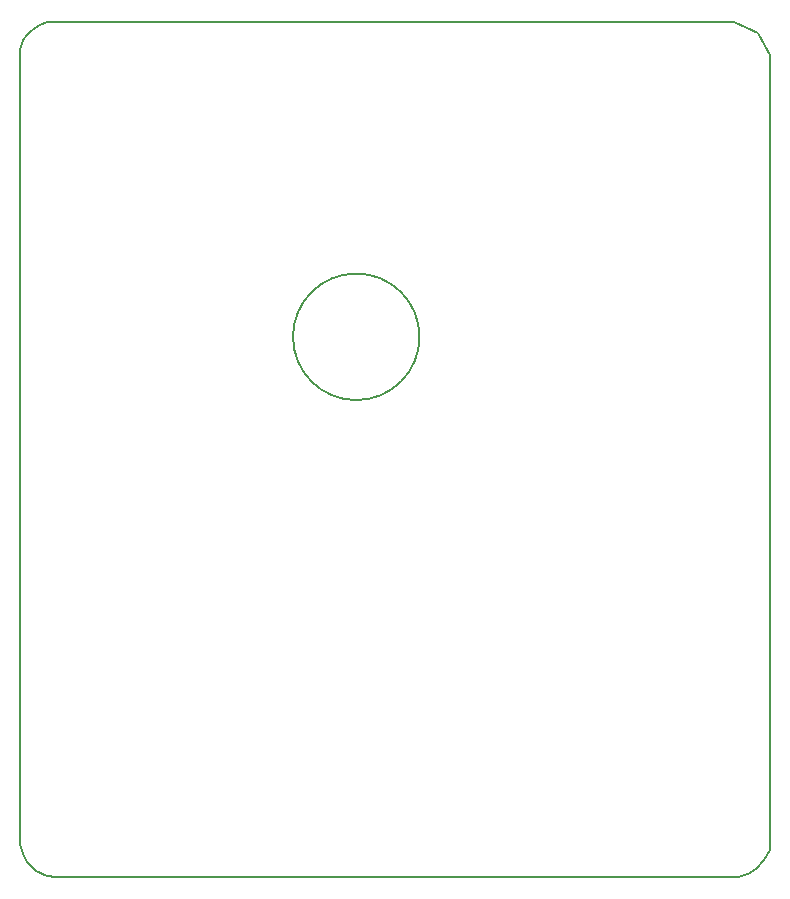
<source format=gbr>
G04 #@! TF.GenerationSoftware,KiCad,Pcbnew,5.0.2+dfsg1-1~bpo9+1*
G04 #@! TF.CreationDate,2019-07-09T17:18:54+02:00*
G04 #@! TF.ProjectId,sensoricnet_shield,73656e73-6f72-4696-936e-65745f736869,1.0*
G04 #@! TF.SameCoordinates,Original*
G04 #@! TF.FileFunction,Profile,NP*
%FSLAX46Y46*%
G04 Gerber Fmt 4.6, Leading zero omitted, Abs format (unit mm)*
G04 Created by KiCad (PCBNEW 5.0.2+dfsg1-1~bpo9+1) date Tue 09 Jul 2019 05:18:54 PM CEST*
%MOMM*%
%LPD*%
G01*
G04 APERTURE LIST*
%ADD10C,0.200000*%
%ADD11C,0.150000*%
G04 APERTURE END LIST*
D10*
X165931856Y-80464660D02*
G75*
G03X165931856Y-80464660I-5358136J0D01*
G01*
D11*
X132334000Y-124269500D02*
X132080000Y-123380500D01*
X195643500Y-56642000D02*
X195643500Y-123126500D01*
X194564000Y-54737000D02*
X192595500Y-53784500D01*
X195643500Y-56642000D02*
X194564000Y-54737000D01*
X173164500Y-126174500D02*
X192913000Y-126174500D01*
X132080000Y-56197500D02*
X132080000Y-56388000D01*
X132080000Y-123380500D02*
X132080000Y-56388000D01*
X135128000Y-126174500D02*
X173164500Y-126174500D01*
X195580000Y-123888500D02*
X195135500Y-124777500D01*
X194437000Y-125539500D02*
X193738500Y-125920500D01*
X193738500Y-125920500D02*
X192913000Y-126174500D01*
X195643500Y-123126500D02*
X195580000Y-123888500D01*
X195135500Y-124777500D02*
X194437000Y-125539500D01*
X133477000Y-125666500D02*
X132715000Y-124968000D01*
X135128000Y-126174500D02*
X134366000Y-126111000D01*
X159956500Y-53784500D02*
X192595500Y-53784500D01*
X146621500Y-53784500D02*
X159956500Y-53784500D01*
X138239500Y-53784500D02*
X146621500Y-53784500D01*
X134937500Y-53784500D02*
X138239500Y-53784500D01*
X134366000Y-53848000D02*
X134937500Y-53784500D01*
X133794500Y-54038500D02*
X134366000Y-53848000D01*
X133159500Y-54483000D02*
X133794500Y-54038500D01*
X132715000Y-54927500D02*
X133159500Y-54483000D01*
X132397500Y-55372000D02*
X132715000Y-54927500D01*
X132080000Y-56197500D02*
X132397500Y-55372000D01*
X132715000Y-124968000D02*
X132334000Y-124269500D01*
X134366000Y-126111000D02*
X133477000Y-125666500D01*
M02*

</source>
